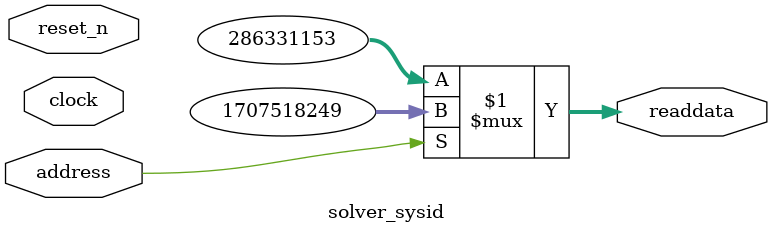
<source format=v>



// synthesis translate_off
`timescale 1ns / 1ps
// synthesis translate_on

// turn off superfluous verilog processor warnings 
// altera message_level Level1 
// altera message_off 10034 10035 10036 10037 10230 10240 10030 

module solver_sysid (
               // inputs:
                address,
                clock,
                reset_n,

               // outputs:
                readdata
             )
;

  output  [ 31: 0] readdata;
  input            address;
  input            clock;
  input            reset_n;

  wire    [ 31: 0] readdata;
  //control_slave, which is an e_avalon_slave
  assign readdata = address ? 1707518249 : 286331153;

endmodule



</source>
